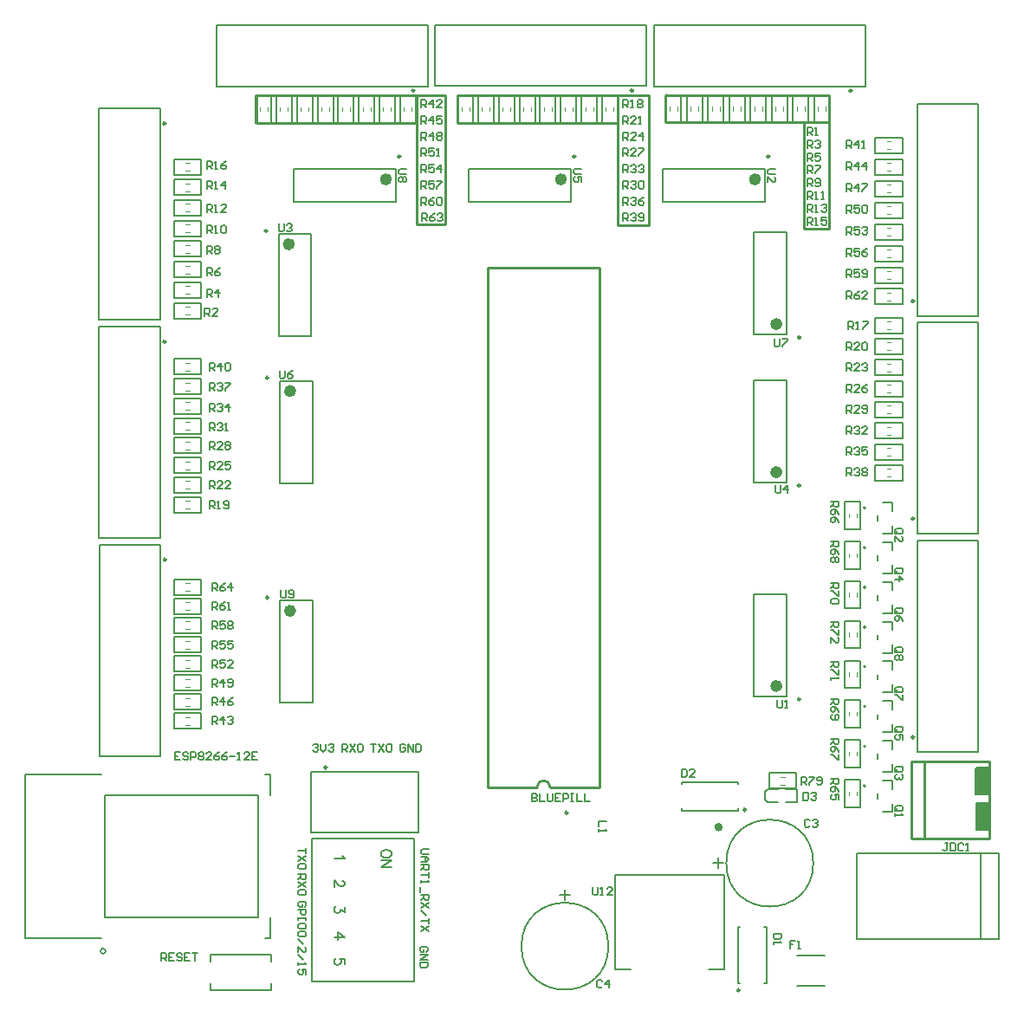
<source format=gto>
G04*
G04 #@! TF.GenerationSoftware,Altium Limited,Altium Designer,22.7.1 (60)*
G04*
G04 Layer_Color=65535*
%FSLAX24Y24*%
%MOIN*%
G70*
G04*
G04 #@! TF.SameCoordinates,CA99F4AA-E310-4CAD-8695-46E652682A35*
G04*
G04*
G04 #@! TF.FilePolarity,Positive*
G04*
G01*
G75*
%ADD10C,0.0050*%
%ADD11C,0.0098*%
%ADD12C,0.0236*%
%ADD13C,0.0157*%
%ADD14C,0.0079*%
%ADD15C,0.0100*%
%ADD16C,0.0070*%
%ADD17C,0.0039*%
%ADD18C,0.0060*%
G36*
X57828Y20276D02*
X57858Y20289D01*
X58358D01*
X58388Y20276D01*
X58401Y20246D01*
Y19246D01*
X58388Y19216D01*
X58358Y19204D01*
X57858D01*
X57828Y19216D01*
X57816Y19246D01*
Y20246D01*
X57828Y20276D01*
D02*
G37*
G36*
X57810Y21644D02*
X57848Y21660D01*
X58348D01*
X58386Y21644D01*
X58402Y21606D01*
Y20606D01*
X58386Y20568D01*
X58348Y20552D01*
X57848D01*
X57810Y20568D01*
X57794Y20606D01*
Y21606D01*
X57810Y21644D01*
D02*
G37*
D10*
X24348Y14568D02*
G03*
X24348Y14568I-98J0D01*
G01*
X24303Y15848D02*
Y20572D01*
X30208D01*
Y15848D02*
Y20572D01*
X24303Y15848D02*
X30208D01*
X21248Y15060D02*
X24200D01*
X21248D02*
Y21360D01*
X24200D01*
X30500Y15060D02*
X30696D01*
Y15848D01*
X30500Y21360D02*
X30696D01*
Y20572D02*
Y21360D01*
X47556Y13864D02*
X48159D01*
Y17502D01*
X43962D02*
X48159D01*
X43962Y13864D02*
Y17502D01*
Y13864D02*
X44564D01*
X54611Y30631D02*
Y30945D01*
X54245Y30631D02*
X54611D01*
X54060Y31138D02*
Y31320D01*
X54611Y31512D02*
Y31827D01*
X54245D02*
X54611D01*
Y29101D02*
Y29415D01*
X54245Y29101D02*
X54611D01*
X54060Y29608D02*
Y29790D01*
X54611Y29982D02*
Y30297D01*
X54245D02*
X54611D01*
Y27571D02*
Y27885D01*
X54245Y27571D02*
X54611D01*
X54060Y28078D02*
Y28260D01*
X54611Y28452D02*
Y28767D01*
X54245D02*
X54611D01*
Y26041D02*
Y26355D01*
X54245Y26041D02*
X54611D01*
X54060Y26548D02*
Y26730D01*
X54611Y26922D02*
Y27237D01*
X54245D02*
X54611D01*
Y24521D02*
Y24836D01*
X54245Y24521D02*
X54611D01*
X54060Y25029D02*
Y25210D01*
X54611Y25403D02*
Y25718D01*
X54245D02*
X54611D01*
Y22991D02*
Y23306D01*
X54245Y22991D02*
X54611D01*
X54060Y23499D02*
Y23680D01*
X54611Y23873D02*
Y24188D01*
X54245D02*
X54611D01*
Y21461D02*
Y21776D01*
X54245Y21461D02*
X54611D01*
X54060Y21969D02*
Y22150D01*
X54611Y22343D02*
Y22658D01*
X54245D02*
X54611D01*
Y19931D02*
Y20246D01*
X54245Y19931D02*
X54611D01*
X54060Y20439D02*
Y20620D01*
X54611Y20813D02*
Y21128D01*
X54245D02*
X54611D01*
X52801Y21636D02*
X53401D01*
Y22686D01*
X52801D02*
X53401D01*
X52801Y21636D02*
Y22686D01*
Y23165D02*
X53401D01*
Y24215D01*
X52801D02*
X53401D01*
X52801Y23165D02*
Y24215D01*
Y24693D02*
X53401D01*
Y25743D01*
X52801D02*
X53401D01*
X52801Y24693D02*
Y25743D01*
Y26222D02*
Y27272D01*
X53401D01*
Y26222D02*
Y27272D01*
X52801Y26222D02*
X53401D01*
X52801Y27750D02*
Y28800D01*
X53401D01*
Y27750D02*
Y28800D01*
X52801Y27750D02*
X53401D01*
X52801Y29279D02*
Y30329D01*
X53401D01*
Y29279D02*
Y30329D01*
X52801Y29279D02*
X53401D01*
X52801Y30807D02*
Y31857D01*
X53401D01*
Y30807D02*
Y31857D01*
X52801Y30807D02*
X53401D01*
X50958Y20290D02*
Y20790D01*
X49708Y20690D02*
X49808Y20790D01*
X49708Y20390D02*
X49808Y20290D01*
X49708Y20390D02*
Y20690D01*
X49808Y20290D02*
X50208D01*
X50508D02*
X50958D01*
X49808Y20790D02*
X50208D01*
X50508D02*
X50958D01*
X49877Y21424D02*
X50927D01*
Y20824D02*
Y21424D01*
X49877Y20824D02*
X50927D01*
X49877D02*
Y21424D01*
X26976Y44440D02*
Y45040D01*
Y44440D02*
X28026D01*
Y45040D01*
X26976D02*
X28026D01*
X26976Y42870D02*
Y43470D01*
Y42870D02*
X28026D01*
Y43470D01*
X26976D02*
X28026D01*
X26976Y43663D02*
Y44263D01*
Y43663D02*
X28026D01*
Y44263D01*
X26976D02*
X28026D01*
X26976Y42077D02*
Y42677D01*
Y42077D02*
X28026D01*
Y42677D01*
X26976D02*
X28026D01*
X26976Y40491D02*
Y41091D01*
Y40491D02*
X28026D01*
Y41091D01*
X26976D02*
X28026D01*
X26976Y39699D02*
Y40299D01*
Y39699D02*
X28026D01*
Y40299D01*
X26976D02*
X28026D01*
X26976Y41284D02*
Y41884D01*
Y41284D02*
X28026D01*
Y41884D01*
X26976D02*
X28026D01*
X26976Y38906D02*
Y39506D01*
Y38906D02*
X28026D01*
Y39506D01*
X26976D02*
X28026D01*
X55013Y38345D02*
Y38945D01*
X53963D02*
X55013D01*
X53963Y38345D02*
Y38945D01*
Y38345D02*
X55013D01*
X34884Y47491D02*
X35484D01*
X34884Y46441D02*
Y47491D01*
Y46441D02*
X35484D01*
Y47491D01*
X35677D02*
X36277D01*
X35677Y46441D02*
Y47491D01*
Y46441D02*
X36277D01*
Y47491D01*
X33297D02*
X33897D01*
X33297Y46441D02*
Y47491D01*
Y46441D02*
X33897D01*
Y47491D01*
X34090D02*
X34690D01*
X34090Y46441D02*
Y47491D01*
Y46441D02*
X34690D01*
Y47491D01*
X30122D02*
X30722D01*
X30122Y46441D02*
Y47491D01*
Y46441D02*
X30722D01*
Y47491D01*
X31709D02*
X32309D01*
X31709Y46441D02*
Y47491D01*
Y46441D02*
X32309D01*
Y47491D01*
X30916D02*
X31516D01*
X30916Y46441D02*
Y47491D01*
Y46441D02*
X31516D01*
Y47491D01*
X32503D02*
X33103D01*
X32503Y46441D02*
Y47491D01*
Y46441D02*
X33103D01*
Y47491D01*
X40271D02*
X40871D01*
X40271Y46441D02*
Y47491D01*
Y46441D02*
X40871D01*
Y47491D01*
X26976Y26064D02*
Y26664D01*
Y26064D02*
X28026D01*
Y26664D01*
X26976D02*
X28026D01*
X26976Y25328D02*
Y25928D01*
Y25328D02*
X28026D01*
Y25928D01*
X26976D02*
X28026D01*
X26976Y26800D02*
Y27400D01*
Y26800D02*
X28026D01*
Y27400D01*
X26976D02*
X28026D01*
X26976Y24592D02*
Y25192D01*
Y24592D02*
X28026D01*
Y25192D01*
X26976D02*
X28026D01*
X26976Y28272D02*
Y28872D01*
Y28272D02*
X28026D01*
Y28872D01*
X26976D02*
X28026D01*
X26976Y23120D02*
Y23720D01*
Y23120D02*
X28026D01*
Y23720D01*
X26976D02*
X28026D01*
X26976Y23856D02*
Y24456D01*
Y23856D02*
X28026D01*
Y24456D01*
X26976D02*
X28026D01*
X26976Y35994D02*
Y36594D01*
Y35994D02*
X28026D01*
Y36594D01*
X26976D02*
X28026D01*
X26976Y35235D02*
Y35835D01*
Y35235D02*
X28026D01*
Y35835D01*
X26976D02*
X28026D01*
X26976Y36752D02*
Y37352D01*
Y36752D02*
X28026D01*
Y37352D01*
X26976D02*
X28026D01*
X26976Y32201D02*
Y32801D01*
Y32201D02*
X28026D01*
Y32801D01*
X26976D02*
X28026D01*
X26976Y32959D02*
Y33559D01*
Y32959D02*
X28026D01*
Y33559D01*
X26976D02*
X28026D01*
X26976Y33718D02*
Y34318D01*
Y33718D02*
X28026D01*
Y34318D01*
X26976D02*
X28026D01*
X26976Y31442D02*
Y32042D01*
Y31442D02*
X28026D01*
Y32042D01*
X26976D02*
X28026D01*
X26976Y27536D02*
Y28136D01*
Y27536D02*
X28026D01*
Y28136D01*
X26976D02*
X28026D01*
X26976Y34477D02*
Y35077D01*
Y34477D02*
X28026D01*
Y35077D01*
X26976D02*
X28026D01*
X41861Y47491D02*
X42461D01*
X41861Y46441D02*
Y47491D01*
Y46441D02*
X42461D01*
Y47491D01*
X43451D02*
X44051D01*
X43451Y46441D02*
Y47491D01*
Y46441D02*
X44051D01*
Y47491D01*
X38681D02*
X39281D01*
X38681Y46441D02*
Y47491D01*
Y46441D02*
X39281D01*
Y47491D01*
X52801Y20108D02*
X53401D01*
Y21158D01*
X52801D02*
X53401D01*
X52801Y20108D02*
Y21158D01*
X53963Y32671D02*
X55013D01*
X53963D02*
Y33271D01*
X55013D01*
Y32671D02*
Y33271D01*
X53963Y33481D02*
X55013D01*
X53963D02*
Y34081D01*
X55013D01*
Y33481D02*
Y34081D01*
X53963Y35913D02*
X55013D01*
X53963D02*
Y36513D01*
X55013D01*
Y35913D02*
Y36513D01*
X53963Y36723D02*
X55013D01*
X53963D02*
Y37324D01*
X55013D01*
Y36723D02*
Y37324D01*
X53963Y35102D02*
X55013D01*
X53963D02*
Y35702D01*
X55013D01*
Y35102D02*
Y35702D01*
X53963Y34292D02*
X55013D01*
X53963D02*
Y34892D01*
X55013D01*
Y34292D02*
Y34892D01*
X53963Y37534D02*
X55013D01*
X53963D02*
Y38134D01*
X55013D01*
Y37534D02*
Y38134D01*
X53963Y43607D02*
X55013D01*
X53963D02*
Y44207D01*
X55013D01*
Y43607D02*
Y44207D01*
X53963Y42776D02*
X55013D01*
X53963D02*
Y43376D01*
X55013D01*
Y42776D02*
Y43376D01*
X53963Y39449D02*
X55013D01*
X53963D02*
Y40049D01*
X55013D01*
Y39449D02*
Y40049D01*
X53963Y41112D02*
X55013D01*
X53963D02*
Y41712D01*
X55013D01*
Y41112D02*
Y41712D01*
X53963Y40281D02*
X55013D01*
X53963D02*
Y40881D01*
X55013D01*
Y40281D02*
Y40881D01*
X53963Y41944D02*
X55013D01*
X53963D02*
Y42544D01*
X55013D01*
Y41944D02*
Y42544D01*
Y45270D02*
Y45870D01*
X53963D02*
X55013D01*
X53963Y45270D02*
Y45870D01*
Y45270D02*
X55013D01*
X53963Y44439D02*
X55013D01*
X53963D02*
Y45039D01*
X55013D01*
Y44439D02*
Y45039D01*
X47309Y46461D02*
Y47511D01*
X46709Y46461D02*
X47309D01*
X46709D02*
Y47511D01*
X47309D01*
X46493Y46461D02*
Y47511D01*
X45893Y46461D02*
X46493D01*
X45893D02*
Y47511D01*
X46493D01*
X52204Y46461D02*
Y47511D01*
X51604Y46461D02*
X52204D01*
X51604D02*
Y47511D01*
X52204D01*
X50572Y46461D02*
Y47511D01*
X49972Y46461D02*
X50572D01*
X49972D02*
Y47511D01*
X50572D01*
X49756Y46461D02*
Y47511D01*
X49156Y46461D02*
X49756D01*
X49156D02*
Y47511D01*
X49756D01*
X48125Y46461D02*
Y47511D01*
X47525Y46461D02*
X48125D01*
X47525D02*
Y47511D01*
X48125D01*
X48941Y46461D02*
Y47511D01*
X48341Y46461D02*
X48941D01*
X48341D02*
Y47511D01*
X48941D01*
X51388Y46461D02*
Y47511D01*
X50788Y46461D02*
X51388D01*
X50788D02*
Y47511D01*
X51388D01*
X38486Y46441D02*
Y47491D01*
X37886Y46441D02*
X38486D01*
X37886D02*
Y47491D01*
X38486D01*
X40076Y46441D02*
Y47491D01*
X39476Y46441D02*
X40076D01*
X39476D02*
Y47491D01*
X40076D01*
X41666Y46441D02*
Y47491D01*
X41066Y46441D02*
X41666D01*
X41066D02*
Y47491D01*
X41666D01*
X43256Y46441D02*
Y47491D01*
X42656Y46441D02*
X43256D01*
X42656D02*
Y47491D01*
X43256D01*
X48112Y17952D02*
X47718D01*
X47915Y17755D02*
Y18149D01*
X42020Y16546D02*
Y16940D01*
X41824Y16743D02*
X42217D01*
D11*
X51079Y24259D02*
G03*
X51079Y24259I-49J0D01*
G01*
X32859Y21637D02*
G03*
X32859Y21637I-49J0D01*
G01*
X30617Y28170D02*
G03*
X30617Y28170I-49J0D01*
G01*
X51079Y32485D02*
G03*
X51079Y32485I-49J0D01*
G01*
X26656Y38018D02*
G03*
X26656Y38018I-49J0D01*
G01*
X26676Y29628D02*
G03*
X26676Y29628I-49J0D01*
G01*
X26653Y46416D02*
G03*
X26653Y46416I-49J0D01*
G01*
X30570Y42280D02*
G03*
X30570Y42280I-49J0D01*
G01*
X30617Y36628D02*
G03*
X30617Y36628I-49J0D01*
G01*
X48748Y13061D02*
G03*
X48748Y13061I-49J0D01*
G01*
X36233Y47680D02*
G03*
X36233Y47680I-49J0D01*
G01*
X44646Y47681D02*
G03*
X44646Y47681I-49J0D01*
G01*
X53058Y47680D02*
G03*
X53058Y47680I-49J0D01*
G01*
X48983Y20008D02*
G03*
X48983Y20008I-49J0D01*
G01*
X55461Y22803D02*
G03*
X55461Y22803I-49J0D01*
G01*
X42126Y19890D02*
G03*
X42126Y19890I-49J0D01*
G01*
X55461Y31213D02*
G03*
X55461Y31213I-49J0D01*
G01*
X55455Y39581D02*
G03*
X55455Y39581I-49J0D01*
G01*
X51081Y38185D02*
G03*
X51081Y38185I-49J0D01*
G01*
X49894Y45142D02*
G03*
X49894Y45142I-49J0D01*
G01*
X42424D02*
G03*
X42424Y45142I-49J0D01*
G01*
X35694D02*
G03*
X35694Y45142I-49J0D01*
G01*
D12*
X50272Y24769D02*
G03*
X50272Y24769I-118J0D01*
G01*
X31562Y27661D02*
G03*
X31562Y27661I-118J0D01*
G01*
X50272Y32995D02*
G03*
X50272Y32995I-118J0D01*
G01*
X31515Y41770D02*
G03*
X31515Y41770I-118J0D01*
G01*
X31562Y36119D02*
G03*
X31562Y36119I-118J0D01*
G01*
X50274Y38695D02*
G03*
X50274Y38695I-118J0D01*
G01*
X49453Y44266D02*
G03*
X49453Y44266I-118J0D01*
G01*
X41983D02*
G03*
X41983Y44266I-118J0D01*
G01*
X35253D02*
G03*
X35253Y44266I-118J0D01*
G01*
D13*
X48009Y19337D02*
G03*
X48009Y19337I-79J0D01*
G01*
D14*
X53588Y31623D02*
G03*
X53588Y31623I-39J0D01*
G01*
Y30093D02*
G03*
X53588Y30093I-39J0D01*
G01*
Y28563D02*
G03*
X53588Y28563I-39J0D01*
G01*
Y27033D02*
G03*
X53588Y27033I-39J0D01*
G01*
Y25513D02*
G03*
X53588Y25513I-39J0D01*
G01*
Y23983D02*
G03*
X53588Y23983I-39J0D01*
G01*
Y22453D02*
G03*
X53588Y22453I-39J0D01*
G01*
Y20923D02*
G03*
X53588Y20923I-39J0D01*
G01*
X51576Y17952D02*
G03*
X51576Y17952I-1673J0D01*
G01*
X43693Y14755D02*
G03*
X43693Y14755I-1673J0D01*
G01*
X50548Y24376D02*
Y28313D01*
X49288Y24376D02*
Y28313D01*
Y24376D02*
X50548D01*
X49288Y28313D02*
X50548D01*
X36377Y19127D02*
Y21469D01*
X32243Y19127D02*
X36377D01*
X32243D02*
Y21469D01*
X36377D01*
X28372Y13051D02*
Y13327D01*
X30734Y13051D02*
Y13327D01*
Y14153D02*
Y14429D01*
X28372Y14153D02*
Y14429D01*
Y13051D02*
X30734D01*
X28372Y14429D02*
X30734D01*
X31050Y24117D02*
Y28054D01*
X32310Y24117D02*
Y28054D01*
X31050D02*
X32310D01*
X31050Y24117D02*
X32310D01*
X49288Y36539D02*
X50548D01*
X49288Y32601D02*
X50548D01*
X49288D02*
Y36539D01*
X50548Y32601D02*
Y36539D01*
X24097Y30451D02*
X26439D01*
X24097D02*
Y38585D01*
X26439D01*
Y30451D02*
Y38585D01*
X24117Y22061D02*
X26459D01*
X24117D02*
Y30195D01*
X26459D01*
Y22061D02*
Y30195D01*
X26437Y38849D02*
Y46983D01*
X24094D02*
X26437D01*
X24094Y38849D02*
Y46983D01*
Y38849D02*
X26437D01*
X31003Y38227D02*
Y42164D01*
X32263Y38227D02*
Y42164D01*
X31003D02*
X32263D01*
X31003Y38227D02*
X32263D01*
X31050Y32575D02*
Y36512D01*
X32310Y32575D02*
Y36512D01*
X31050D02*
X32310D01*
X31050Y32575D02*
X32310D01*
X49683Y15483D02*
X49771D01*
X49683Y13317D02*
X49771D01*
X48669Y15483D02*
X48757D01*
X48669Y13317D02*
X48757D01*
X49771D02*
Y15483D01*
X48669Y13317D02*
Y15483D01*
X50949Y14412D02*
X52012D01*
X50949Y13227D02*
X52012D01*
X28617Y47847D02*
X36751D01*
Y50189D01*
X28617D02*
X36751D01*
X28617Y47847D02*
Y50189D01*
X37030Y47849D02*
X45163D01*
Y50191D01*
X37030D02*
X45163D01*
X37030Y47849D02*
Y50191D01*
X45442Y47847D02*
X53576D01*
Y50189D01*
X45442D02*
X53576D01*
X45442Y47847D02*
Y50189D01*
X46513Y19978D02*
X48678D01*
X46513Y21081D02*
X48678D01*
Y19978D02*
Y20067D01*
X46513Y19978D02*
Y20067D01*
X48678Y20992D02*
Y21081D01*
X46513Y20992D02*
Y21081D01*
X36209Y13414D02*
Y18886D01*
X32271D02*
X36209D01*
X32271Y13414D02*
Y18886D01*
Y13414D02*
X36209D01*
X55579Y22236D02*
Y30370D01*
Y22236D02*
X57921D01*
Y30370D01*
X55579D02*
X57921D01*
X55579Y30646D02*
Y38780D01*
Y30646D02*
X57921D01*
Y38780D01*
X55579D02*
X57921D01*
X55573Y39014D02*
Y47148D01*
Y39014D02*
X57916D01*
Y47148D01*
X55573D02*
X57916D01*
X49290Y42238D02*
X50550D01*
X49290Y38301D02*
X50550D01*
X49290D02*
Y42238D01*
X50550Y38301D02*
Y42238D01*
X45792Y43400D02*
Y44660D01*
X49728Y43400D02*
Y44660D01*
X45792Y43400D02*
X49728D01*
X45792Y44660D02*
X49728D01*
X38321Y43400D02*
Y44660D01*
X42259Y43400D02*
Y44660D01*
X38321Y43400D02*
X42259D01*
X38321Y44660D02*
X42259D01*
X31591D02*
X35529D01*
X31591Y43400D02*
X35529D01*
Y44660D01*
X31591Y43400D02*
Y44660D01*
D15*
X41450Y20880D02*
G03*
X40950Y20880I-250J0D01*
G01*
X55868Y18896D02*
Y21846D01*
X55368Y18896D02*
X58368D01*
X55368D02*
Y21863D01*
X58368D01*
Y18896D02*
Y21863D01*
X51205Y42372D02*
Y46461D01*
Y42372D02*
X52199D01*
Y46461D01*
X45906Y47524D02*
X45919Y47511D01*
X52199D01*
Y46461D02*
Y47511D01*
X45898Y46461D02*
X52199D01*
X45898D02*
Y47511D01*
X44046Y46441D02*
Y47491D01*
X37890D02*
X44046D01*
X45242D01*
Y42499D02*
Y47491D01*
X44046Y42499D02*
X45242D01*
X44046D02*
Y46441D01*
X37890D02*
X44046D01*
X37890D02*
Y47491D01*
X30157Y46441D02*
Y47491D01*
X36303D01*
X36307Y42517D02*
Y46441D01*
Y42517D02*
X37408D01*
Y47491D01*
X36273D02*
X37408D01*
X30157Y46441D02*
X36307D01*
X36303Y46471D02*
Y47491D01*
X41450Y20880D02*
X43350D01*
X39050D02*
X40950D01*
X39050D02*
Y40880D01*
X43350D01*
Y20880D02*
Y40880D01*
D16*
X57848Y20606D02*
Y21606D01*
X58348D01*
Y20606D02*
Y21606D01*
X57848Y20606D02*
X58348D01*
X58358Y19246D02*
Y20246D01*
X57858D02*
X58358D01*
X57858Y19246D02*
Y20246D01*
Y19246D02*
X58358D01*
X58007Y15016D02*
Y18316D01*
X53257D02*
X58707D01*
X53257Y15016D02*
X58707D01*
X53257D02*
Y18316D01*
X58707Y15016D02*
Y18316D01*
D17*
X52951Y22086D02*
Y22236D01*
X53251Y22086D02*
Y22236D01*
X52951Y23615D02*
Y23765D01*
X53251Y23615D02*
Y23765D01*
X52951Y25143D02*
Y25293D01*
X53251Y25143D02*
Y25293D01*
Y26672D02*
Y26822D01*
X52951Y26672D02*
Y26822D01*
X53251Y28200D02*
Y28350D01*
X52951Y28200D02*
Y28350D01*
X53251Y29729D02*
Y29879D01*
X52951Y29729D02*
Y29879D01*
X53251Y31257D02*
Y31407D01*
X52951Y31257D02*
Y31407D01*
X50327Y20974D02*
X50477D01*
X50327Y21274D02*
X50477D01*
X27426Y44890D02*
X27576D01*
X27426Y44590D02*
X27576D01*
X27426Y43320D02*
X27576D01*
X27426Y43020D02*
X27576D01*
X27426Y44113D02*
X27576D01*
X27426Y43813D02*
X27576D01*
X27426Y42527D02*
X27576D01*
X27426Y42227D02*
X27576D01*
X27426Y40941D02*
X27576D01*
X27426Y40641D02*
X27576D01*
X27426Y40149D02*
X27576D01*
X27426Y39849D02*
X27576D01*
X27426Y41734D02*
X27576D01*
X27426Y41434D02*
X27576D01*
X27426Y39356D02*
X27576D01*
X27426Y39056D02*
X27576D01*
X54413Y38495D02*
X54563D01*
X54413Y38795D02*
X54563D01*
X35334Y46891D02*
Y47041D01*
X35034Y46891D02*
Y47041D01*
X36127Y46891D02*
Y47041D01*
X35827Y46891D02*
Y47041D01*
X33747Y46891D02*
Y47041D01*
X33447Y46891D02*
Y47041D01*
X34540Y46891D02*
Y47041D01*
X34240Y46891D02*
Y47041D01*
X30572Y46891D02*
Y47041D01*
X30272Y46891D02*
Y47041D01*
X32159Y46891D02*
Y47041D01*
X31859Y46891D02*
Y47041D01*
X31366Y46891D02*
Y47041D01*
X31066Y46891D02*
Y47041D01*
X32953Y46891D02*
Y47041D01*
X32653Y46891D02*
Y47041D01*
X40721Y46891D02*
Y47041D01*
X40421Y46891D02*
Y47041D01*
X27426Y26514D02*
X27576D01*
X27426Y26214D02*
X27576D01*
X27426Y25778D02*
X27576D01*
X27426Y25478D02*
X27576D01*
X27426Y27250D02*
X27576D01*
X27426Y26950D02*
X27576D01*
X27426Y25042D02*
X27576D01*
X27426Y24742D02*
X27576D01*
X27426Y28722D02*
X27576D01*
X27426Y28422D02*
X27576D01*
X27426Y23570D02*
X27576D01*
X27426Y23270D02*
X27576D01*
X27426Y24306D02*
X27576D01*
X27426Y24006D02*
X27576D01*
X27426Y36444D02*
X27576D01*
X27426Y36144D02*
X27576D01*
X27426Y35685D02*
X27576D01*
X27426Y35385D02*
X27576D01*
X27426Y37202D02*
X27576D01*
X27426Y36902D02*
X27576D01*
X27426Y32651D02*
X27576D01*
X27426Y32351D02*
X27576D01*
X27426Y33409D02*
X27576D01*
X27426Y33109D02*
X27576D01*
X27426Y34168D02*
X27576D01*
X27426Y33868D02*
X27576D01*
X27426Y31892D02*
X27576D01*
X27426Y31592D02*
X27576D01*
X27426Y27986D02*
X27576D01*
X27426Y27686D02*
X27576D01*
X27426Y34927D02*
X27576D01*
X27426Y34627D02*
X27576D01*
X42311Y46891D02*
Y47041D01*
X42011Y46891D02*
Y47041D01*
X43901Y46891D02*
Y47041D01*
X43601Y46891D02*
Y47041D01*
X39131Y46891D02*
Y47041D01*
X38831Y46891D02*
Y47041D01*
X52951Y20558D02*
Y20708D01*
X53251Y20558D02*
Y20708D01*
X54413Y33121D02*
X54563D01*
X54413Y32821D02*
X54563D01*
X54413Y33931D02*
X54563D01*
X54413Y33631D02*
X54563D01*
X54413Y36363D02*
X54563D01*
X54413Y36063D02*
X54563D01*
X54413Y37174D02*
X54563D01*
X54413Y36874D02*
X54563D01*
X54413Y35552D02*
X54563D01*
X54413Y35252D02*
X54563D01*
X54413Y34742D02*
X54563D01*
X54413Y34442D02*
X54563D01*
X54413Y37984D02*
X54563D01*
X54413Y37684D02*
X54563D01*
X54413Y44057D02*
X54563D01*
X54413Y43757D02*
X54563D01*
X54413Y43226D02*
X54563D01*
X54413Y42926D02*
X54563D01*
X54413Y39899D02*
X54563D01*
X54413Y39599D02*
X54563D01*
X54413Y41562D02*
X54563D01*
X54413Y41262D02*
X54563D01*
X54413Y40731D02*
X54563D01*
X54413Y40431D02*
X54563D01*
X54413Y42394D02*
X54563D01*
X54413Y42094D02*
X54563D01*
X54413Y45420D02*
X54563D01*
X54413Y45720D02*
X54563D01*
X54413Y44889D02*
X54563D01*
X54413Y44589D02*
X54563D01*
X46859Y46911D02*
Y47061D01*
X47159Y46911D02*
Y47061D01*
X46043Y46911D02*
Y47061D01*
X46343Y46911D02*
Y47061D01*
X51754Y46911D02*
Y47061D01*
X52054Y46911D02*
Y47061D01*
X50122Y46911D02*
Y47061D01*
X50422Y46911D02*
Y47061D01*
X49306Y46911D02*
Y47061D01*
X49606Y46911D02*
Y47061D01*
X47675Y46911D02*
Y47061D01*
X47975Y46911D02*
Y47061D01*
X48491Y46911D02*
Y47061D01*
X48791Y46911D02*
Y47061D01*
X50938Y46911D02*
Y47061D01*
X51238Y46911D02*
Y47061D01*
X38036Y46891D02*
Y47041D01*
X38336Y46891D02*
Y47041D01*
X39626Y46891D02*
Y47041D01*
X39926Y46891D02*
Y47041D01*
X41216Y46891D02*
Y47041D01*
X41516Y46891D02*
Y47041D01*
X42806Y46891D02*
Y47041D01*
X43106Y46891D02*
Y47041D01*
D18*
X52252Y28724D02*
X52552D01*
Y28574D01*
X52502Y28524D01*
X52402D01*
X52352Y28574D01*
Y28724D01*
Y28624D02*
X52252Y28524D01*
X52552Y28424D02*
Y28224D01*
X52502D01*
X52302Y28424D01*
X52252D01*
X52502Y28124D02*
X52552Y28074D01*
Y27974D01*
X52502Y27924D01*
X52302D01*
X52252Y27974D01*
Y28074D01*
X52302Y28124D01*
X52502D01*
X27224Y22226D02*
X27024D01*
Y21926D01*
X27224D01*
X27024Y22076D02*
X27124D01*
X27524Y22176D02*
X27474Y22226D01*
X27374D01*
X27324Y22176D01*
Y22126D01*
X27374Y22076D01*
X27474D01*
X27524Y22026D01*
Y21976D01*
X27474Y21926D01*
X27374D01*
X27324Y21976D01*
X27624Y21926D02*
Y22226D01*
X27774D01*
X27824Y22176D01*
Y22076D01*
X27774Y22026D01*
X27624D01*
X27924Y22176D02*
X27974Y22226D01*
X28074D01*
X28124Y22176D01*
Y22126D01*
X28074Y22076D01*
X28124Y22026D01*
Y21976D01*
X28074Y21926D01*
X27974D01*
X27924Y21976D01*
Y22026D01*
X27974Y22076D01*
X27924Y22126D01*
Y22176D01*
X27974Y22076D02*
X28074D01*
X28424Y21926D02*
X28224D01*
X28424Y22126D01*
Y22176D01*
X28374Y22226D01*
X28274D01*
X28224Y22176D01*
X28724Y22226D02*
X28624Y22176D01*
X28524Y22076D01*
Y21976D01*
X28574Y21926D01*
X28674D01*
X28724Y21976D01*
Y22026D01*
X28674Y22076D01*
X28524D01*
X29023Y22226D02*
X28924Y22176D01*
X28824Y22076D01*
Y21976D01*
X28874Y21926D01*
X28974D01*
X29023Y21976D01*
Y22026D01*
X28974Y22076D01*
X28824D01*
X29123D02*
X29323D01*
X29423Y21926D02*
X29523D01*
X29473D01*
Y22226D01*
X29423Y22176D01*
X29873Y21926D02*
X29673D01*
X29873Y22126D01*
Y22176D01*
X29823Y22226D01*
X29723D01*
X29673Y22176D01*
X30173Y22226D02*
X29973D01*
Y21926D01*
X30173D01*
X29973Y22076D02*
X30073D01*
X50196Y24218D02*
Y23968D01*
X50246Y23918D01*
X50346D01*
X50396Y23968D01*
Y24218D01*
X50496Y23918D02*
X50596D01*
X50546D01*
Y24218D01*
X50496Y24168D01*
X40740Y20622D02*
Y20322D01*
X40890D01*
X40940Y20372D01*
Y20422D01*
X40890Y20472D01*
X40740D01*
X40890D01*
X40940Y20522D01*
Y20572D01*
X40890Y20622D01*
X40740D01*
X41040D02*
Y20322D01*
X41240D01*
X41340Y20622D02*
Y20372D01*
X41390Y20322D01*
X41490D01*
X41540Y20372D01*
Y20622D01*
X41840D02*
X41640D01*
Y20322D01*
X41840D01*
X41640Y20472D02*
X41740D01*
X41940Y20322D02*
Y20622D01*
X42090D01*
X42140Y20572D01*
Y20472D01*
X42090Y20422D01*
X41940D01*
X42240Y20622D02*
X42339D01*
X42290D01*
Y20322D01*
X42240D01*
X42339D01*
X42489Y20622D02*
Y20322D01*
X42689D01*
X42789Y20622D02*
Y20322D01*
X42989D01*
X36694Y14544D02*
X36744Y14594D01*
Y14694D01*
X36694Y14744D01*
X36495D01*
X36445Y14694D01*
Y14594D01*
X36495Y14544D01*
X36595D01*
Y14644D01*
X36445Y14444D02*
X36744D01*
X36445Y14244D01*
X36744D01*
Y14144D02*
X36445D01*
Y13994D01*
X36495Y13944D01*
X36694D01*
X36744Y13994D01*
Y14144D01*
X36794Y18484D02*
X36545D01*
X36495Y18434D01*
Y18334D01*
X36545Y18284D01*
X36794D01*
X36495Y18184D02*
X36694D01*
X36794Y18084D01*
X36694Y17984D01*
X36495D01*
X36644D01*
Y18184D01*
X36495Y17884D02*
X36794D01*
Y17734D01*
X36744Y17684D01*
X36644D01*
X36595Y17734D01*
Y17884D01*
Y17784D02*
X36495Y17684D01*
X36794Y17584D02*
Y17385D01*
Y17485D01*
X36495D01*
Y17285D02*
Y17185D01*
Y17235D01*
X36794D01*
X36744Y17285D01*
X36445Y17035D02*
Y16835D01*
X36495Y16735D02*
X36794D01*
Y16585D01*
X36744Y16535D01*
X36644D01*
X36595Y16585D01*
Y16735D01*
Y16635D02*
X36495Y16535D01*
X36794Y16435D02*
X36495Y16235D01*
X36794D02*
X36495Y16435D01*
Y16135D02*
X36694Y15935D01*
X36794Y15835D02*
Y15635D01*
Y15735D01*
X36495D01*
X36794Y15535D02*
X36495Y15335D01*
X36794D02*
X36495Y15535D01*
X32011Y16267D02*
X32061Y16316D01*
Y16416D01*
X32011Y16466D01*
X31811D01*
X31761Y16416D01*
Y16316D01*
X31811Y16267D01*
X31911D01*
Y16366D01*
X31761Y16167D02*
X32061D01*
Y16017D01*
X32011Y15967D01*
X31911D01*
X31861Y16017D01*
Y16167D01*
X32061Y15867D02*
Y15767D01*
Y15817D01*
X31761D01*
Y15867D01*
Y15767D01*
X32061Y15467D02*
Y15567D01*
X32011Y15617D01*
X31811D01*
X31761Y15567D01*
Y15467D01*
X31811Y15417D01*
X32011D01*
X32061Y15467D01*
X32011Y15317D02*
X32061Y15267D01*
Y15167D01*
X32011Y15117D01*
X31811D01*
X31761Y15167D01*
Y15267D01*
X31811Y15317D01*
X32011D01*
X31761Y15017D02*
X31961Y14817D01*
X31761Y14517D02*
Y14717D01*
X31961Y14517D01*
X32011D01*
X32061Y14567D01*
Y14667D01*
X32011Y14717D01*
X31761Y14417D02*
X31961Y14217D01*
X31761Y14117D02*
Y14017D01*
Y14067D01*
X32061D01*
X32011Y14117D01*
X32061Y13667D02*
Y13867D01*
X31911D01*
X31961Y13767D01*
Y13717D01*
X31911Y13667D01*
X31811D01*
X31761Y13717D01*
Y13817D01*
X31811Y13867D01*
X31761Y17515D02*
X32061D01*
Y17365D01*
X32011Y17315D01*
X31911D01*
X31861Y17365D01*
Y17515D01*
Y17415D02*
X31761Y17315D01*
X32061Y17215D02*
X31761Y17015D01*
X32061D02*
X31761Y17215D01*
X32011Y16915D02*
X32061Y16865D01*
Y16765D01*
X32011Y16715D01*
X31811D01*
X31761Y16765D01*
Y16865D01*
X31811Y16915D01*
X32011D01*
X32061Y18531D02*
Y18331D01*
Y18431D01*
X31761D01*
X32061Y18231D02*
X31761Y18031D01*
X32061D02*
X31761Y18231D01*
X32011Y17931D02*
X32061Y17881D01*
Y17781D01*
X32011Y17731D01*
X31811D01*
X31761Y17781D01*
Y17881D01*
X31811Y17931D01*
X32011D01*
X35881Y22485D02*
X35831Y22535D01*
X35731D01*
X35681Y22485D01*
Y22285D01*
X35731Y22235D01*
X35831D01*
X35881Y22285D01*
Y22385D01*
X35781D01*
X35981Y22235D02*
Y22535D01*
X36181Y22235D01*
Y22535D01*
X36281D02*
Y22235D01*
X36431D01*
X36481Y22285D01*
Y22485D01*
X36431Y22535D01*
X36281D01*
X32323Y22485D02*
X32373Y22535D01*
X32473D01*
X32523Y22485D01*
Y22435D01*
X32473Y22385D01*
X32423D01*
X32473D01*
X32523Y22335D01*
Y22285D01*
X32473Y22235D01*
X32373D01*
X32323Y22285D01*
X32623Y22535D02*
Y22335D01*
X32723Y22235D01*
X32823Y22335D01*
Y22535D01*
X32923Y22485D02*
X32973Y22535D01*
X33073D01*
X33123Y22485D01*
Y22435D01*
X33073Y22385D01*
X33023D01*
X33073D01*
X33123Y22335D01*
Y22285D01*
X33073Y22235D01*
X32973D01*
X32923Y22285D01*
X34562Y22535D02*
X34762D01*
X34662D01*
Y22235D01*
X34862Y22535D02*
X35062Y22235D01*
Y22535D02*
X34862Y22235D01*
X35162Y22485D02*
X35212Y22535D01*
X35312D01*
X35362Y22485D01*
Y22285D01*
X35312Y22235D01*
X35212D01*
X35162Y22285D01*
Y22485D01*
X33443Y22235D02*
Y22535D01*
X33593D01*
X33643Y22485D01*
Y22385D01*
X33593Y22335D01*
X33443D01*
X33543D02*
X33643Y22235D01*
X33743Y22535D02*
X33942Y22235D01*
Y22535D02*
X33743Y22235D01*
X34042Y22485D02*
X34092Y22535D01*
X34192D01*
X34242Y22485D01*
Y22285D01*
X34192Y22235D01*
X34092D01*
X34042Y22285D01*
Y22485D01*
X26489Y14195D02*
Y14495D01*
X26639D01*
X26689Y14445D01*
Y14345D01*
X26639Y14295D01*
X26489D01*
X26589D02*
X26689Y14195D01*
X26989Y14495D02*
X26789D01*
Y14195D01*
X26989D01*
X26789Y14345D02*
X26889D01*
X27289Y14445D02*
X27239Y14495D01*
X27139D01*
X27089Y14445D01*
Y14395D01*
X27139Y14345D01*
X27239D01*
X27289Y14295D01*
Y14245D01*
X27239Y14195D01*
X27139D01*
X27089Y14245D01*
X27589Y14495D02*
X27389D01*
Y14195D01*
X27589D01*
X27389Y14345D02*
X27489D01*
X27688Y14495D02*
X27888D01*
X27788D01*
Y14195D01*
X43091Y17020D02*
Y16770D01*
X43141Y16720D01*
X43241D01*
X43291Y16770D01*
Y17020D01*
X43391Y16720D02*
X43491D01*
X43441D01*
Y17020D01*
X43391Y16970D01*
X43841Y16720D02*
X43641D01*
X43841Y16920D01*
Y16970D01*
X43791Y17020D01*
X43691D01*
X43641Y16970D01*
X54779Y30628D02*
X54979D01*
X55029Y30678D01*
Y30778D01*
X54979Y30828D01*
X54779D01*
X54729Y30778D01*
Y30678D01*
X54829Y30728D02*
X54729Y30628D01*
Y30678D02*
X54779Y30628D01*
X54729Y30328D02*
Y30528D01*
X54929Y30328D01*
X54979D01*
X55029Y30378D01*
Y30478D01*
X54979Y30528D01*
X54779Y29103D02*
X54979D01*
X55029Y29153D01*
Y29253D01*
X54979Y29303D01*
X54779D01*
X54729Y29253D01*
Y29153D01*
X54829Y29203D02*
X54729Y29103D01*
Y29153D02*
X54779Y29103D01*
X54729Y28853D02*
X55029D01*
X54879Y29003D01*
Y28803D01*
X54779Y27579D02*
X54979D01*
X55029Y27629D01*
Y27729D01*
X54979Y27779D01*
X54779D01*
X54729Y27729D01*
Y27629D01*
X54829Y27679D02*
X54729Y27579D01*
Y27629D02*
X54779Y27579D01*
X55029Y27279D02*
X54979Y27379D01*
X54879Y27479D01*
X54779D01*
X54729Y27429D01*
Y27329D01*
X54779Y27279D01*
X54829D01*
X54879Y27329D01*
Y27479D01*
X54779Y26054D02*
X54979D01*
X55029Y26104D01*
Y26204D01*
X54979Y26254D01*
X54779D01*
X54729Y26204D01*
Y26104D01*
X54829Y26154D02*
X54729Y26054D01*
Y26104D02*
X54779Y26054D01*
X54979Y25954D02*
X55029Y25904D01*
Y25804D01*
X54979Y25754D01*
X54929D01*
X54879Y25804D01*
X54829Y25754D01*
X54779D01*
X54729Y25804D01*
Y25904D01*
X54779Y25954D01*
X54829D01*
X54879Y25904D01*
X54929Y25954D01*
X54979D01*
X54879Y25904D02*
Y25804D01*
X54779Y24529D02*
X54979D01*
X55029Y24579D01*
Y24679D01*
X54979Y24729D01*
X54779D01*
X54729Y24679D01*
Y24579D01*
X54829Y24629D02*
X54729Y24529D01*
Y24579D02*
X54779Y24529D01*
X55029Y24429D02*
Y24229D01*
X54979D01*
X54779Y24429D01*
X54729D01*
X54779Y23005D02*
X54979D01*
X55029Y23055D01*
Y23155D01*
X54979Y23205D01*
X54779D01*
X54729Y23155D01*
Y23055D01*
X54829Y23105D02*
X54729Y23005D01*
Y23055D02*
X54779Y23005D01*
X55029Y22705D02*
Y22905D01*
X54879D01*
X54929Y22805D01*
Y22755D01*
X54879Y22705D01*
X54779D01*
X54729Y22755D01*
Y22855D01*
X54779Y22905D01*
Y21480D02*
X54979D01*
X55029Y21530D01*
Y21630D01*
X54979Y21680D01*
X54779D01*
X54729Y21630D01*
Y21530D01*
X54829Y21580D02*
X54729Y21480D01*
Y21530D02*
X54779Y21480D01*
X54979Y21380D02*
X55029Y21330D01*
Y21230D01*
X54979Y21180D01*
X54929D01*
X54879Y21230D01*
Y21280D01*
Y21230D01*
X54829Y21180D01*
X54779D01*
X54729Y21230D01*
Y21330D01*
X54779Y21380D01*
Y19956D02*
X54979D01*
X55029Y20005D01*
Y20105D01*
X54979Y20155D01*
X54779D01*
X54729Y20105D01*
Y20005D01*
X54829Y20055D02*
X54729Y19956D01*
Y20005D02*
X54779Y19956D01*
X54729Y19856D02*
Y19756D01*
Y19806D01*
X55029D01*
X54979Y19856D01*
X52252Y24272D02*
X52552D01*
Y24122D01*
X52502Y24072D01*
X52402D01*
X52352Y24122D01*
Y24272D01*
Y24172D02*
X52252Y24072D01*
X52552Y23772D02*
X52502Y23872D01*
X52402Y23972D01*
X52302D01*
X52252Y23922D01*
Y23822D01*
X52302Y23772D01*
X52352D01*
X52402Y23822D01*
Y23972D01*
X52302Y23672D02*
X52252Y23622D01*
Y23522D01*
X52302Y23472D01*
X52502D01*
X52552Y23522D01*
Y23622D01*
X52502Y23672D01*
X52452D01*
X52402Y23622D01*
Y23472D01*
X52252Y25709D02*
X52552D01*
Y25559D01*
X52502Y25509D01*
X52402D01*
X52352Y25559D01*
Y25709D01*
Y25609D02*
X52252Y25509D01*
X52552Y25409D02*
Y25209D01*
X52502D01*
X52302Y25409D01*
X52252D01*
Y25109D02*
Y25009D01*
Y25059D01*
X52552D01*
X52502Y25109D01*
X52252Y27247D02*
X52552D01*
Y27097D01*
X52502Y27047D01*
X52402D01*
X52352Y27097D01*
Y27247D01*
Y27147D02*
X52252Y27047D01*
X52552Y26947D02*
Y26747D01*
X52502D01*
X52302Y26947D01*
X52252D01*
Y26447D02*
Y26647D01*
X52452Y26447D01*
X52502D01*
X52552Y26497D01*
Y26597D01*
X52502Y26647D01*
X52252Y30321D02*
X52552D01*
Y30171D01*
X52502Y30122D01*
X52402D01*
X52352Y30171D01*
Y30321D01*
Y30221D02*
X52252Y30122D01*
X52552Y29822D02*
X52502Y29922D01*
X52402Y30022D01*
X52302D01*
X52252Y29972D01*
Y29872D01*
X52302Y29822D01*
X52352D01*
X52402Y29872D01*
Y30022D01*
X52502Y29722D02*
X52552Y29672D01*
Y29572D01*
X52502Y29522D01*
X52452D01*
X52402Y29572D01*
X52352Y29522D01*
X52302D01*
X52252Y29572D01*
Y29672D01*
X52302Y29722D01*
X52352D01*
X52402Y29672D01*
X52452Y29722D01*
X52502D01*
X52402Y29672D02*
Y29572D01*
X52252Y31859D02*
X52552D01*
Y31709D01*
X52502Y31659D01*
X52402D01*
X52352Y31709D01*
Y31859D01*
Y31759D02*
X52252Y31659D01*
X52552Y31359D02*
X52502Y31459D01*
X52402Y31559D01*
X52302D01*
X52252Y31509D01*
Y31409D01*
X52302Y31359D01*
X52352D01*
X52402Y31409D01*
Y31559D01*
X52552Y31059D02*
X52502Y31159D01*
X52402Y31259D01*
X52302D01*
X52252Y31209D01*
Y31109D01*
X52302Y31059D01*
X52352D01*
X52402Y31109D01*
Y31259D01*
X51344Y45965D02*
Y46265D01*
X51494D01*
X51544Y46215D01*
Y46115D01*
X51494Y46065D01*
X51344D01*
X51444D02*
X51544Y45965D01*
X51644D02*
X51744D01*
X51694D01*
Y46265D01*
X51644Y46215D01*
X44263Y47019D02*
Y47319D01*
X44413D01*
X44463Y47269D01*
Y47169D01*
X44413Y47119D01*
X44263D01*
X44363D02*
X44463Y47019D01*
X44563D02*
X44663D01*
X44613D01*
Y47319D01*
X44563Y47269D01*
X44813D02*
X44863Y47319D01*
X44963D01*
X45013Y47269D01*
Y47219D01*
X44963Y47169D01*
X45013Y47119D01*
Y47069D01*
X44963Y47019D01*
X44863D01*
X44813Y47069D01*
Y47119D01*
X44863Y47169D01*
X44813Y47219D01*
Y47269D01*
X44863Y47169D02*
X44963D01*
X44263Y44525D02*
Y44825D01*
X44413D01*
X44463Y44775D01*
Y44675D01*
X44413Y44625D01*
X44263D01*
X44363D02*
X44463Y44525D01*
X44563Y44775D02*
X44613Y44825D01*
X44713D01*
X44763Y44775D01*
Y44725D01*
X44713Y44675D01*
X44663D01*
X44713D01*
X44763Y44625D01*
Y44575D01*
X44713Y44525D01*
X44613D01*
X44563Y44575D01*
X44863Y44775D02*
X44913Y44825D01*
X45013D01*
X45063Y44775D01*
Y44725D01*
X45013Y44675D01*
X44963D01*
X45013D01*
X45063Y44625D01*
Y44575D01*
X45013Y44525D01*
X44913D01*
X44863Y44575D01*
X36486Y44525D02*
Y44825D01*
X36636D01*
X36686Y44775D01*
Y44675D01*
X36636Y44625D01*
X36486D01*
X36586D02*
X36686Y44525D01*
X36986Y44825D02*
X36786D01*
Y44675D01*
X36886Y44725D01*
X36936D01*
X36986Y44675D01*
Y44575D01*
X36936Y44525D01*
X36836D01*
X36786Y44575D01*
X37236Y44525D02*
Y44825D01*
X37086Y44675D01*
X37286D01*
X36486Y43902D02*
Y44202D01*
X36636D01*
X36686Y44152D01*
Y44052D01*
X36636Y44002D01*
X36486D01*
X36586D02*
X36686Y43902D01*
X36986Y44202D02*
X36786D01*
Y44052D01*
X36886Y44102D01*
X36936D01*
X36986Y44052D01*
Y43952D01*
X36936Y43902D01*
X36836D01*
X36786Y43952D01*
X37086Y44202D02*
X37286D01*
Y44152D01*
X37086Y43952D01*
Y43902D01*
X44263D02*
Y44202D01*
X44413D01*
X44463Y44152D01*
Y44052D01*
X44413Y44002D01*
X44263D01*
X44363D02*
X44463Y43902D01*
X44563Y44152D02*
X44613Y44202D01*
X44713D01*
X44763Y44152D01*
Y44102D01*
X44713Y44052D01*
X44663D01*
X44713D01*
X44763Y44002D01*
Y43952D01*
X44713Y43902D01*
X44613D01*
X44563Y43952D01*
X44863Y44152D02*
X44913Y44202D01*
X45013D01*
X45063Y44152D01*
Y43952D01*
X45013Y43902D01*
X44913D01*
X44863Y43952D01*
Y44152D01*
X44263Y45149D02*
Y45449D01*
X44413D01*
X44463Y45399D01*
Y45299D01*
X44413Y45249D01*
X44263D01*
X44363D02*
X44463Y45149D01*
X44763D02*
X44563D01*
X44763Y45349D01*
Y45399D01*
X44713Y45449D01*
X44613D01*
X44563Y45399D01*
X44863Y45449D02*
X45063D01*
Y45399D01*
X44863Y45199D01*
Y45149D01*
X36486D02*
Y45449D01*
X36636D01*
X36686Y45399D01*
Y45299D01*
X36636Y45249D01*
X36486D01*
X36586D02*
X36686Y45149D01*
X36986Y45449D02*
X36786D01*
Y45299D01*
X36886Y45349D01*
X36936D01*
X36986Y45299D01*
Y45199D01*
X36936Y45149D01*
X36836D01*
X36786Y45199D01*
X37086Y45149D02*
X37186D01*
X37136D01*
Y45449D01*
X37086Y45399D01*
X44263Y42655D02*
Y42955D01*
X44413D01*
X44463Y42905D01*
Y42805D01*
X44413Y42755D01*
X44263D01*
X44363D02*
X44463Y42655D01*
X44563Y42905D02*
X44613Y42955D01*
X44713D01*
X44763Y42905D01*
Y42855D01*
X44713Y42805D01*
X44663D01*
X44713D01*
X44763Y42755D01*
Y42705D01*
X44713Y42655D01*
X44613D01*
X44563Y42705D01*
X44863D02*
X44913Y42655D01*
X45013D01*
X45063Y42705D01*
Y42905D01*
X45013Y42955D01*
X44913D01*
X44863Y42905D01*
Y42855D01*
X44913Y42805D01*
X45063D01*
X44263Y43278D02*
Y43578D01*
X44413D01*
X44463Y43528D01*
Y43428D01*
X44413Y43378D01*
X44263D01*
X44363D02*
X44463Y43278D01*
X44563Y43528D02*
X44613Y43578D01*
X44713D01*
X44763Y43528D01*
Y43478D01*
X44713Y43428D01*
X44663D01*
X44713D01*
X44763Y43378D01*
Y43328D01*
X44713Y43278D01*
X44613D01*
X44563Y43328D01*
X45063Y43578D02*
X44963Y43528D01*
X44863Y43428D01*
Y43328D01*
X44913Y43278D01*
X45013D01*
X45063Y43328D01*
Y43378D01*
X45013Y43428D01*
X44863D01*
X44263Y45772D02*
Y46072D01*
X44413D01*
X44463Y46022D01*
Y45922D01*
X44413Y45872D01*
X44263D01*
X44363D02*
X44463Y45772D01*
X44763D02*
X44563D01*
X44763Y45972D01*
Y46022D01*
X44713Y46072D01*
X44613D01*
X44563Y46022D01*
X45013Y45772D02*
Y46072D01*
X44863Y45922D01*
X45063D01*
X44263Y46396D02*
Y46695D01*
X44413D01*
X44463Y46645D01*
Y46545D01*
X44413Y46496D01*
X44263D01*
X44363D02*
X44463Y46396D01*
X44763D02*
X44563D01*
X44763Y46595D01*
Y46645D01*
X44713Y46695D01*
X44613D01*
X44563Y46645D01*
X44863Y46396D02*
X44963D01*
X44913D01*
Y46695D01*
X44863Y46645D01*
X52252Y22734D02*
X52552D01*
Y22584D01*
X52502Y22534D01*
X52402D01*
X52352Y22584D01*
Y22734D01*
Y22634D02*
X52252Y22534D01*
X52552Y22234D02*
X52502Y22334D01*
X52402Y22434D01*
X52302D01*
X52252Y22384D01*
Y22284D01*
X52302Y22234D01*
X52352D01*
X52402Y22284D01*
Y22434D01*
X52552Y22134D02*
Y21935D01*
X52502D01*
X52302Y22134D01*
X52252D01*
X31089Y28453D02*
Y28203D01*
X31139Y28153D01*
X31239D01*
X31289Y28203D01*
Y28453D01*
X31389Y28203D02*
X31439Y28153D01*
X31539D01*
X31589Y28203D01*
Y28403D01*
X31539Y28453D01*
X31439D01*
X31389Y28403D01*
Y28353D01*
X31439Y28303D01*
X31589D01*
X33442Y17277D02*
X33461D01*
X33499Y17258D01*
X33519Y17239D01*
X33538Y17200D01*
Y17124D01*
X33519Y17086D01*
X33499Y17067D01*
X33461Y17048D01*
X33423D01*
X33385Y17067D01*
X33328Y17105D01*
X33138Y17296D01*
Y17029D01*
X33461Y18241D02*
X33480Y18202D01*
X33538Y18145D01*
X33138D01*
X35349Y18351D02*
X35330Y18389D01*
X35291Y18427D01*
X35253Y18446D01*
X35196Y18465D01*
X35101D01*
X35044Y18446D01*
X35006Y18427D01*
X34968Y18389D01*
X34949Y18351D01*
Y18275D01*
X34968Y18236D01*
X35006Y18198D01*
X35044Y18179D01*
X35101Y18160D01*
X35196D01*
X35253Y18179D01*
X35291Y18198D01*
X35330Y18236D01*
X35349Y18275D01*
Y18351D01*
Y18067D02*
X34949D01*
X35349D02*
X34949Y17800D01*
X35349D02*
X34949D01*
X33538Y16258D02*
Y16048D01*
X33385Y16162D01*
Y16105D01*
X33366Y16067D01*
X33347Y16048D01*
X33290Y16029D01*
X33252D01*
X33195Y16048D01*
X33157Y16086D01*
X33138Y16143D01*
Y16200D01*
X33157Y16258D01*
X33176Y16277D01*
X33214Y16296D01*
X33538Y15105D02*
X33271Y15296D01*
Y15010D01*
X33538Y15105D02*
X33138D01*
X33538Y14067D02*
Y14258D01*
X33366Y14277D01*
X33385Y14258D01*
X33404Y14200D01*
Y14143D01*
X33385Y14086D01*
X33347Y14048D01*
X33290Y14029D01*
X33252D01*
X33195Y14048D01*
X33157Y14086D01*
X33138Y14143D01*
Y14200D01*
X33157Y14258D01*
X33176Y14277D01*
X33214Y14296D01*
X51108Y20974D02*
Y21274D01*
X51258D01*
X51308Y21224D01*
Y21124D01*
X51258Y21074D01*
X51108D01*
X51208D02*
X51308Y20974D01*
X51408Y21274D02*
X51608D01*
Y21224D01*
X51408Y21024D01*
Y20974D01*
X51708Y21024D02*
X51758Y20974D01*
X51858D01*
X51908Y21024D01*
Y21224D01*
X51858Y21274D01*
X51758D01*
X51708Y21224D01*
Y21174D01*
X51758Y21124D01*
X51908D01*
X51192Y20679D02*
Y20380D01*
X51342D01*
X51392Y20429D01*
Y20629D01*
X51342Y20679D01*
X51192D01*
X51492Y20629D02*
X51542Y20679D01*
X51642D01*
X51692Y20629D01*
Y20579D01*
X51642Y20529D01*
X51592D01*
X51642D01*
X51692Y20479D01*
Y20429D01*
X51642Y20380D01*
X51542D01*
X51492Y20429D01*
X50877Y14975D02*
X50677D01*
Y14825D01*
X50777D01*
X50677D01*
Y14675D01*
X50977D02*
X51077D01*
X51027D01*
Y14975D01*
X50977Y14925D01*
X56752Y18717D02*
X56652D01*
X56702D01*
Y18467D01*
X56652Y18417D01*
X56602D01*
X56552Y18467D01*
X56852Y18717D02*
Y18417D01*
X57002D01*
X57052Y18467D01*
Y18667D01*
X57002Y18717D01*
X56852D01*
X57352Y18667D02*
X57302Y18717D01*
X57202D01*
X57152Y18667D01*
Y18467D01*
X57202Y18417D01*
X57302D01*
X57352Y18467D01*
X57452Y18417D02*
X57552D01*
X57502D01*
Y18717D01*
X57452Y18667D01*
X28436Y28428D02*
Y28727D01*
X28586D01*
X28636Y28677D01*
Y28577D01*
X28586Y28528D01*
X28436D01*
X28536D02*
X28636Y28428D01*
X28936Y28727D02*
X28836Y28677D01*
X28736Y28577D01*
Y28478D01*
X28786Y28428D01*
X28886D01*
X28936Y28478D01*
Y28528D01*
X28886Y28577D01*
X28736D01*
X29186Y28428D02*
Y28727D01*
X29036Y28577D01*
X29236D01*
X28436Y27700D02*
Y28000D01*
X28586D01*
X28636Y27950D01*
Y27850D01*
X28586Y27800D01*
X28436D01*
X28536D02*
X28636Y27700D01*
X28936Y28000D02*
X28836Y27950D01*
X28736Y27850D01*
Y27750D01*
X28786Y27700D01*
X28886D01*
X28936Y27750D01*
Y27800D01*
X28886Y27850D01*
X28736D01*
X29036Y27700D02*
X29136D01*
X29086D01*
Y28000D01*
X29036Y27950D01*
X28436Y26956D02*
Y27256D01*
X28586D01*
X28636Y27206D01*
Y27106D01*
X28586Y27056D01*
X28436D01*
X28536D02*
X28636Y26956D01*
X28936Y27256D02*
X28736D01*
Y27106D01*
X28836Y27156D01*
X28886D01*
X28936Y27106D01*
Y27006D01*
X28886Y26956D01*
X28786D01*
X28736Y27006D01*
X29036Y27206D02*
X29086Y27256D01*
X29186D01*
X29236Y27206D01*
Y27156D01*
X29186Y27106D01*
X29236Y27056D01*
Y27006D01*
X29186Y26956D01*
X29086D01*
X29036Y27006D01*
Y27056D01*
X29086Y27106D01*
X29036Y27156D01*
Y27206D01*
X29086Y27106D02*
X29186D01*
X28436Y26212D02*
Y26512D01*
X28586D01*
X28636Y26462D01*
Y26362D01*
X28586Y26312D01*
X28436D01*
X28536D02*
X28636Y26212D01*
X28936Y26512D02*
X28736D01*
Y26362D01*
X28836Y26412D01*
X28886D01*
X28936Y26362D01*
Y26262D01*
X28886Y26212D01*
X28786D01*
X28736Y26262D01*
X29236Y26512D02*
X29036D01*
Y26362D01*
X29136Y26412D01*
X29186D01*
X29236Y26362D01*
Y26262D01*
X29186Y26212D01*
X29086D01*
X29036Y26262D01*
X28436Y25471D02*
Y25770D01*
X28586D01*
X28636Y25721D01*
Y25621D01*
X28586Y25571D01*
X28436D01*
X28536D02*
X28636Y25471D01*
X28936Y25770D02*
X28736D01*
Y25621D01*
X28836Y25671D01*
X28886D01*
X28936Y25621D01*
Y25521D01*
X28886Y25471D01*
X28786D01*
X28736Y25521D01*
X29236Y25471D02*
X29036D01*
X29236Y25671D01*
Y25721D01*
X29186Y25770D01*
X29086D01*
X29036Y25721D01*
X28436Y24742D02*
Y25042D01*
X28586D01*
X28636Y24992D01*
Y24892D01*
X28586Y24842D01*
X28436D01*
X28536D02*
X28636Y24742D01*
X28886D02*
Y25042D01*
X28736Y24892D01*
X28936D01*
X29036Y24792D02*
X29086Y24742D01*
X29186D01*
X29236Y24792D01*
Y24992D01*
X29186Y25042D01*
X29086D01*
X29036Y24992D01*
Y24942D01*
X29086Y24892D01*
X29236D01*
X28436Y24023D02*
Y24323D01*
X28586D01*
X28636Y24273D01*
Y24173D01*
X28586Y24123D01*
X28436D01*
X28536D02*
X28636Y24023D01*
X28886D02*
Y24323D01*
X28736Y24173D01*
X28936D01*
X29236Y24323D02*
X29136Y24273D01*
X29036Y24173D01*
Y24073D01*
X29086Y24023D01*
X29186D01*
X29236Y24073D01*
Y24123D01*
X29186Y24173D01*
X29036D01*
X28436Y23312D02*
Y23612D01*
X28586D01*
X28636Y23562D01*
Y23462D01*
X28586Y23412D01*
X28436D01*
X28536D02*
X28636Y23312D01*
X28886D02*
Y23612D01*
X28736Y23462D01*
X28936D01*
X29036Y23562D02*
X29086Y23612D01*
X29186D01*
X29236Y23562D01*
Y23512D01*
X29186Y23462D01*
X29136D01*
X29186D01*
X29236Y23412D01*
Y23362D01*
X29186Y23312D01*
X29086D01*
X29036Y23362D01*
X43460Y13398D02*
X43410Y13448D01*
X43310D01*
X43260Y13398D01*
Y13198D01*
X43310Y13148D01*
X43410D01*
X43460Y13198D01*
X43710Y13148D02*
Y13448D01*
X43560Y13298D01*
X43760D01*
X51437Y19587D02*
X51387Y19637D01*
X51287D01*
X51237Y19587D01*
Y19387D01*
X51287Y19337D01*
X51387D01*
X51437Y19387D01*
X51536Y19587D02*
X51586Y19637D01*
X51686D01*
X51736Y19587D01*
Y19537D01*
X51686Y19487D01*
X51636D01*
X51686D01*
X51736Y19437D01*
Y19387D01*
X51686Y19337D01*
X51586D01*
X51536Y19387D01*
X50343Y15246D02*
X50043D01*
Y15096D01*
X50093Y15046D01*
X50293D01*
X50343Y15096D01*
Y15246D01*
X50043Y14946D02*
Y14846D01*
Y14896D01*
X50343D01*
X50293Y14946D01*
X50127Y44660D02*
X49877D01*
X49827Y44610D01*
Y44510D01*
X49877Y44460D01*
X50127D01*
X49827Y44160D02*
Y44360D01*
X50027Y44160D01*
X50077D01*
X50127Y44210D01*
Y44310D01*
X50077Y44360D01*
X35927Y44659D02*
X35677D01*
X35627Y44609D01*
Y44509D01*
X35677Y44459D01*
X35927D01*
X35877Y44359D02*
X35927Y44309D01*
Y44209D01*
X35877Y44159D01*
X35827D01*
X35777Y44209D01*
X35727Y44159D01*
X35677D01*
X35627Y44209D01*
Y44309D01*
X35677Y44359D01*
X35727D01*
X35777Y44309D01*
X35827Y44359D01*
X35877D01*
X35777Y44309D02*
Y44209D01*
X50072Y38118D02*
Y37868D01*
X50122Y37818D01*
X50222D01*
X50272Y37868D01*
Y38118D01*
X50372D02*
X50572D01*
Y38068D01*
X50372Y37868D01*
Y37818D01*
X31050Y36911D02*
Y36661D01*
X31100Y36611D01*
X31200D01*
X31250Y36661D01*
Y36911D01*
X31550D02*
X31450Y36861D01*
X31350Y36761D01*
Y36661D01*
X31400Y36611D01*
X31500D01*
X31550Y36661D01*
Y36711D01*
X31500Y36761D01*
X31350D01*
X42657Y44679D02*
X42407D01*
X42357Y44629D01*
Y44529D01*
X42407Y44479D01*
X42657D01*
Y44179D02*
Y44379D01*
X42507D01*
X42557Y44279D01*
Y44229D01*
X42507Y44179D01*
X42407D01*
X42357Y44229D01*
Y44329D01*
X42407Y44379D01*
X50131Y32485D02*
Y32235D01*
X50181Y32185D01*
X50281D01*
X50331Y32235D01*
Y32485D01*
X50580Y32185D02*
Y32485D01*
X50431Y32335D01*
X50630D01*
X31018Y42562D02*
Y42312D01*
X31068Y42262D01*
X31167D01*
X31217Y42312D01*
Y42562D01*
X31317Y42512D02*
X31367Y42562D01*
X31467D01*
X31517Y42512D01*
Y42462D01*
X31467Y42412D01*
X31417D01*
X31467D01*
X31517Y42362D01*
Y42312D01*
X31467Y42262D01*
X31367D01*
X31317Y42312D01*
X52252Y21197D02*
X52552D01*
Y21047D01*
X52502Y20997D01*
X52402D01*
X52352Y21047D01*
Y21197D01*
Y21097D02*
X52252Y20997D01*
X52552Y20697D02*
X52502Y20797D01*
X52402Y20897D01*
X52302D01*
X52252Y20847D01*
Y20747D01*
X52302Y20697D01*
X52352D01*
X52402Y20747D01*
Y20897D01*
X52552Y20397D02*
Y20597D01*
X52402D01*
X52452Y20497D01*
Y20447D01*
X52402Y20397D01*
X52302D01*
X52252Y20447D01*
Y20547D01*
X52302Y20597D01*
X36507Y42655D02*
Y42955D01*
X36657D01*
X36707Y42905D01*
Y42805D01*
X36657Y42755D01*
X36507D01*
X36607D02*
X36707Y42655D01*
X37007Y42955D02*
X36907Y42905D01*
X36807Y42805D01*
Y42705D01*
X36857Y42655D01*
X36957D01*
X37007Y42705D01*
Y42755D01*
X36957Y42805D01*
X36807D01*
X37107Y42905D02*
X37157Y42955D01*
X37257D01*
X37307Y42905D01*
Y42855D01*
X37257Y42805D01*
X37207D01*
X37257D01*
X37307Y42755D01*
Y42705D01*
X37257Y42655D01*
X37157D01*
X37107Y42705D01*
X52860Y39655D02*
Y39955D01*
X53010D01*
X53060Y39905D01*
Y39805D01*
X53010Y39755D01*
X52860D01*
X52960D02*
X53060Y39655D01*
X53360Y39955D02*
X53260Y39905D01*
X53160Y39805D01*
Y39705D01*
X53210Y39655D01*
X53310D01*
X53360Y39705D01*
Y39755D01*
X53310Y39805D01*
X53160D01*
X53660Y39655D02*
X53460D01*
X53660Y39855D01*
Y39905D01*
X53610Y39955D01*
X53510D01*
X53460Y39905D01*
X36486Y43278D02*
Y43578D01*
X36636D01*
X36686Y43528D01*
Y43428D01*
X36636Y43378D01*
X36486D01*
X36586D02*
X36686Y43278D01*
X36986Y43578D02*
X36886Y43528D01*
X36786Y43428D01*
Y43328D01*
X36836Y43278D01*
X36936D01*
X36986Y43328D01*
Y43378D01*
X36936Y43428D01*
X36786D01*
X37086Y43528D02*
X37136Y43578D01*
X37236D01*
X37286Y43528D01*
Y43328D01*
X37236Y43278D01*
X37136D01*
X37086Y43328D01*
Y43528D01*
X52860Y40484D02*
Y40784D01*
X53010D01*
X53060Y40734D01*
Y40634D01*
X53010Y40584D01*
X52860D01*
X52960D02*
X53060Y40484D01*
X53360Y40784D02*
X53160D01*
Y40634D01*
X53260Y40684D01*
X53310D01*
X53360Y40634D01*
Y40534D01*
X53310Y40484D01*
X53210D01*
X53160Y40534D01*
X53460D02*
X53510Y40484D01*
X53610D01*
X53660Y40534D01*
Y40734D01*
X53610Y40784D01*
X53510D01*
X53460Y40734D01*
Y40684D01*
X53510Y40634D01*
X53660D01*
X52860Y41312D02*
Y41612D01*
X53010D01*
X53060Y41562D01*
Y41462D01*
X53010Y41412D01*
X52860D01*
X52960D02*
X53060Y41312D01*
X53360Y41612D02*
X53160D01*
Y41462D01*
X53260Y41512D01*
X53310D01*
X53360Y41462D01*
Y41362D01*
X53310Y41312D01*
X53210D01*
X53160Y41362D01*
X53660Y41612D02*
X53560Y41562D01*
X53460Y41462D01*
Y41362D01*
X53510Y41312D01*
X53610D01*
X53660Y41362D01*
Y41412D01*
X53610Y41462D01*
X53460D01*
X52860Y42140D02*
Y42440D01*
X53010D01*
X53060Y42390D01*
Y42290D01*
X53010Y42240D01*
X52860D01*
X52960D02*
X53060Y42140D01*
X53360Y42440D02*
X53160D01*
Y42290D01*
X53260Y42340D01*
X53310D01*
X53360Y42290D01*
Y42190D01*
X53310Y42140D01*
X53210D01*
X53160Y42190D01*
X53460Y42390D02*
X53510Y42440D01*
X53610D01*
X53660Y42390D01*
Y42340D01*
X53610Y42290D01*
X53560D01*
X53610D01*
X53660Y42240D01*
Y42190D01*
X53610Y42140D01*
X53510D01*
X53460Y42190D01*
X52860Y42969D02*
Y43269D01*
X53010D01*
X53060Y43219D01*
Y43119D01*
X53010Y43069D01*
X52860D01*
X52960D02*
X53060Y42969D01*
X53360Y43269D02*
X53160D01*
Y43119D01*
X53260Y43169D01*
X53310D01*
X53360Y43119D01*
Y43019D01*
X53310Y42969D01*
X53210D01*
X53160Y43019D01*
X53460Y43219D02*
X53510Y43269D01*
X53610D01*
X53660Y43219D01*
Y43019D01*
X53610Y42969D01*
X53510D01*
X53460Y43019D01*
Y43219D01*
X36486Y45772D02*
Y46072D01*
X36636D01*
X36686Y46022D01*
Y45922D01*
X36636Y45872D01*
X36486D01*
X36586D02*
X36686Y45772D01*
X36936D02*
Y46072D01*
X36786Y45922D01*
X36986D01*
X37086Y46022D02*
X37136Y46072D01*
X37236D01*
X37286Y46022D01*
Y45972D01*
X37236Y45922D01*
X37286Y45872D01*
Y45822D01*
X37236Y45772D01*
X37136D01*
X37086Y45822D01*
Y45872D01*
X37136Y45922D01*
X37086Y45972D01*
Y46022D01*
X37136Y45922D02*
X37236D01*
X52860Y43797D02*
Y44097D01*
X53010D01*
X53060Y44047D01*
Y43947D01*
X53010Y43897D01*
X52860D01*
X52960D02*
X53060Y43797D01*
X53310D02*
Y44097D01*
X53160Y43947D01*
X53360D01*
X53460Y44097D02*
X53660D01*
Y44047D01*
X53460Y43847D01*
Y43797D01*
X36486Y46396D02*
Y46695D01*
X36636D01*
X36686Y46645D01*
Y46545D01*
X36636Y46496D01*
X36486D01*
X36586D02*
X36686Y46396D01*
X36936D02*
Y46695D01*
X36786Y46545D01*
X36986D01*
X37286Y46695D02*
X37086D01*
Y46545D01*
X37186Y46595D01*
X37236D01*
X37286Y46545D01*
Y46446D01*
X37236Y46396D01*
X37136D01*
X37086Y46446D01*
X52860Y44625D02*
Y44925D01*
X53010D01*
X53060Y44875D01*
Y44775D01*
X53010Y44725D01*
X52860D01*
X52960D02*
X53060Y44625D01*
X53310D02*
Y44925D01*
X53160Y44775D01*
X53360D01*
X53610Y44625D02*
Y44925D01*
X53460Y44775D01*
X53660D01*
X36486Y47019D02*
Y47319D01*
X36636D01*
X36686Y47269D01*
Y47169D01*
X36636Y47119D01*
X36486D01*
X36586D02*
X36686Y47019D01*
X36936D02*
Y47319D01*
X36786Y47169D01*
X36986D01*
X37286Y47019D02*
X37086D01*
X37286Y47219D01*
Y47269D01*
X37236Y47319D01*
X37136D01*
X37086Y47269D01*
X52860Y45454D02*
Y45754D01*
X53010D01*
X53060Y45704D01*
Y45604D01*
X53010Y45554D01*
X52860D01*
X52960D02*
X53060Y45454D01*
X53310D02*
Y45754D01*
X53160Y45604D01*
X53360D01*
X53460Y45454D02*
X53560D01*
X53510D01*
Y45754D01*
X53460Y45704D01*
X28345Y36908D02*
Y37208D01*
X28494D01*
X28544Y37158D01*
Y37058D01*
X28494Y37008D01*
X28345D01*
X28444D02*
X28544Y36908D01*
X28794D02*
Y37208D01*
X28644Y37058D01*
X28844D01*
X28944Y37158D02*
X28994Y37208D01*
X29094D01*
X29144Y37158D01*
Y36958D01*
X29094Y36908D01*
X28994D01*
X28944Y36958D01*
Y37158D01*
X52860Y32850D02*
Y33150D01*
X53010D01*
X53060Y33100D01*
Y33000D01*
X53010Y32950D01*
X52860D01*
X52960D02*
X53060Y32850D01*
X53160Y33100D02*
X53210Y33150D01*
X53310D01*
X53360Y33100D01*
Y33050D01*
X53310Y33000D01*
X53260D01*
X53310D01*
X53360Y32950D01*
Y32900D01*
X53310Y32850D01*
X53210D01*
X53160Y32900D01*
X53460Y33100D02*
X53510Y33150D01*
X53610D01*
X53660Y33100D01*
Y33050D01*
X53610Y33000D01*
X53660Y32950D01*
Y32900D01*
X53610Y32850D01*
X53510D01*
X53460Y32900D01*
Y32950D01*
X53510Y33000D01*
X53460Y33050D01*
Y33100D01*
X53510Y33000D02*
X53610D01*
X28345Y36144D02*
Y36444D01*
X28494D01*
X28544Y36394D01*
Y36294D01*
X28494Y36244D01*
X28345D01*
X28444D02*
X28544Y36144D01*
X28644Y36394D02*
X28694Y36444D01*
X28794D01*
X28844Y36394D01*
Y36344D01*
X28794Y36294D01*
X28744D01*
X28794D01*
X28844Y36244D01*
Y36194D01*
X28794Y36144D01*
X28694D01*
X28644Y36194D01*
X28944Y36444D02*
X29144D01*
Y36394D01*
X28944Y36194D01*
Y36144D01*
X52860Y33656D02*
Y33956D01*
X53010D01*
X53060Y33906D01*
Y33806D01*
X53010Y33756D01*
X52860D01*
X52960D02*
X53060Y33656D01*
X53160Y33906D02*
X53210Y33956D01*
X53310D01*
X53360Y33906D01*
Y33856D01*
X53310Y33806D01*
X53260D01*
X53310D01*
X53360Y33756D01*
Y33706D01*
X53310Y33656D01*
X53210D01*
X53160Y33706D01*
X53660Y33956D02*
X53460D01*
Y33806D01*
X53560Y33856D01*
X53610D01*
X53660Y33806D01*
Y33706D01*
X53610Y33656D01*
X53510D01*
X53460Y33706D01*
X28345Y35347D02*
Y35647D01*
X28494D01*
X28544Y35597D01*
Y35497D01*
X28494Y35447D01*
X28345D01*
X28444D02*
X28544Y35347D01*
X28644Y35597D02*
X28694Y35647D01*
X28794D01*
X28844Y35597D01*
Y35547D01*
X28794Y35497D01*
X28744D01*
X28794D01*
X28844Y35447D01*
Y35397D01*
X28794Y35347D01*
X28694D01*
X28644Y35397D01*
X29094Y35347D02*
Y35647D01*
X28944Y35497D01*
X29144D01*
X52860Y34463D02*
Y34763D01*
X53010D01*
X53060Y34713D01*
Y34613D01*
X53010Y34563D01*
X52860D01*
X52960D02*
X53060Y34463D01*
X53160Y34713D02*
X53210Y34763D01*
X53310D01*
X53360Y34713D01*
Y34663D01*
X53310Y34613D01*
X53260D01*
X53310D01*
X53360Y34563D01*
Y34513D01*
X53310Y34463D01*
X53210D01*
X53160Y34513D01*
X53660Y34463D02*
X53460D01*
X53660Y34663D01*
Y34713D01*
X53610Y34763D01*
X53510D01*
X53460Y34713D01*
X28345Y34590D02*
Y34890D01*
X28494D01*
X28544Y34840D01*
Y34740D01*
X28494Y34690D01*
X28345D01*
X28444D02*
X28544Y34590D01*
X28644Y34840D02*
X28694Y34890D01*
X28794D01*
X28844Y34840D01*
Y34790D01*
X28794Y34740D01*
X28744D01*
X28794D01*
X28844Y34690D01*
Y34640D01*
X28794Y34590D01*
X28694D01*
X28644Y34640D01*
X28944Y34590D02*
X29044D01*
X28994D01*
Y34890D01*
X28944Y34840D01*
X52860Y35269D02*
Y35569D01*
X53010D01*
X53060Y35519D01*
Y35419D01*
X53010Y35369D01*
X52860D01*
X52960D02*
X53060Y35269D01*
X53360D02*
X53160D01*
X53360Y35469D01*
Y35519D01*
X53310Y35569D01*
X53210D01*
X53160Y35519D01*
X53460Y35319D02*
X53510Y35269D01*
X53610D01*
X53660Y35319D01*
Y35519D01*
X53610Y35569D01*
X53510D01*
X53460Y35519D01*
Y35469D01*
X53510Y35419D01*
X53660D01*
X28345Y33868D02*
Y34168D01*
X28494D01*
X28544Y34118D01*
Y34018D01*
X28494Y33968D01*
X28345D01*
X28444D02*
X28544Y33868D01*
X28844D02*
X28644D01*
X28844Y34068D01*
Y34118D01*
X28794Y34168D01*
X28694D01*
X28644Y34118D01*
X28944D02*
X28994Y34168D01*
X29094D01*
X29144Y34118D01*
Y34068D01*
X29094Y34018D01*
X29144Y33968D01*
Y33918D01*
X29094Y33868D01*
X28994D01*
X28944Y33918D01*
Y33968D01*
X28994Y34018D01*
X28944Y34068D01*
Y34118D01*
X28994Y34018D02*
X29094D01*
X52860Y36075D02*
Y36375D01*
X53010D01*
X53060Y36325D01*
Y36225D01*
X53010Y36175D01*
X52860D01*
X52960D02*
X53060Y36075D01*
X53360D02*
X53160D01*
X53360Y36275D01*
Y36325D01*
X53310Y36375D01*
X53210D01*
X53160Y36325D01*
X53660Y36375D02*
X53560Y36325D01*
X53460Y36225D01*
Y36125D01*
X53510Y36075D01*
X53610D01*
X53660Y36125D01*
Y36175D01*
X53610Y36225D01*
X53460D01*
X28345Y33109D02*
Y33409D01*
X28494D01*
X28544Y33359D01*
Y33259D01*
X28494Y33209D01*
X28345D01*
X28444D02*
X28544Y33109D01*
X28844D02*
X28644D01*
X28844Y33309D01*
Y33359D01*
X28794Y33409D01*
X28694D01*
X28644Y33359D01*
X29144Y33409D02*
X28944D01*
Y33259D01*
X29044Y33309D01*
X29094D01*
X29144Y33259D01*
Y33159D01*
X29094Y33109D01*
X28994D01*
X28944Y33159D01*
X52860Y36882D02*
Y37182D01*
X53010D01*
X53060Y37132D01*
Y37032D01*
X53010Y36982D01*
X52860D01*
X52960D02*
X53060Y36882D01*
X53360D02*
X53160D01*
X53360Y37082D01*
Y37132D01*
X53310Y37182D01*
X53210D01*
X53160Y37132D01*
X53460D02*
X53510Y37182D01*
X53610D01*
X53660Y37132D01*
Y37082D01*
X53610Y37032D01*
X53560D01*
X53610D01*
X53660Y36982D01*
Y36932D01*
X53610Y36882D01*
X53510D01*
X53460Y36932D01*
X28345Y32351D02*
Y32651D01*
X28494D01*
X28544Y32601D01*
Y32501D01*
X28494Y32451D01*
X28345D01*
X28444D02*
X28544Y32351D01*
X28844D02*
X28644D01*
X28844Y32551D01*
Y32601D01*
X28794Y32651D01*
X28694D01*
X28644Y32601D01*
X29144Y32351D02*
X28944D01*
X29144Y32551D01*
Y32601D01*
X29094Y32651D01*
X28994D01*
X28944Y32601D01*
X52860Y37688D02*
Y37988D01*
X53010D01*
X53060Y37938D01*
Y37838D01*
X53010Y37788D01*
X52860D01*
X52960D02*
X53060Y37688D01*
X53360D02*
X53160D01*
X53360Y37888D01*
Y37938D01*
X53310Y37988D01*
X53210D01*
X53160Y37938D01*
X53460D02*
X53510Y37988D01*
X53610D01*
X53660Y37938D01*
Y37738D01*
X53610Y37688D01*
X53510D01*
X53460Y37738D01*
Y37938D01*
X28345Y31592D02*
Y31892D01*
X28494D01*
X28544Y31842D01*
Y31742D01*
X28494Y31692D01*
X28345D01*
X28444D02*
X28544Y31592D01*
X28644D02*
X28744D01*
X28694D01*
Y31892D01*
X28644Y31842D01*
X28894Y31642D02*
X28944Y31592D01*
X29044D01*
X29094Y31642D01*
Y31842D01*
X29044Y31892D01*
X28944D01*
X28894Y31842D01*
Y31792D01*
X28944Y31742D01*
X29094D01*
X52924Y38495D02*
Y38794D01*
X53074D01*
X53124Y38744D01*
Y38644D01*
X53074Y38594D01*
X52924D01*
X53024D02*
X53124Y38495D01*
X53224D02*
X53324D01*
X53274D01*
Y38794D01*
X53224Y38744D01*
X53474Y38794D02*
X53673D01*
Y38744D01*
X53474Y38545D01*
Y38495D01*
X28246Y44659D02*
Y44959D01*
X28396D01*
X28446Y44909D01*
Y44809D01*
X28396Y44759D01*
X28246D01*
X28346D02*
X28446Y44659D01*
X28546D02*
X28646D01*
X28596D01*
Y44959D01*
X28546Y44909D01*
X28996Y44959D02*
X28896Y44909D01*
X28796Y44809D01*
Y44709D01*
X28846Y44659D01*
X28946D01*
X28996Y44709D01*
Y44759D01*
X28946Y44809D01*
X28796D01*
X51344Y42511D02*
Y42811D01*
X51494D01*
X51544Y42761D01*
Y42661D01*
X51494Y42611D01*
X51344D01*
X51444D02*
X51544Y42511D01*
X51644D02*
X51744D01*
X51694D01*
Y42811D01*
X51644Y42761D01*
X52094Y42811D02*
X51894D01*
Y42661D01*
X51994Y42711D01*
X52044D01*
X52094Y42661D01*
Y42561D01*
X52044Y42511D01*
X51944D01*
X51894Y42561D01*
X28246Y43885D02*
Y44185D01*
X28396D01*
X28446Y44135D01*
Y44035D01*
X28396Y43985D01*
X28246D01*
X28346D02*
X28446Y43885D01*
X28546D02*
X28646D01*
X28596D01*
Y44185D01*
X28546Y44135D01*
X28946Y43885D02*
Y44185D01*
X28796Y44035D01*
X28996D01*
X51344Y43005D02*
Y43305D01*
X51494D01*
X51544Y43255D01*
Y43155D01*
X51494Y43105D01*
X51344D01*
X51444D02*
X51544Y43005D01*
X51644D02*
X51744D01*
X51694D01*
Y43305D01*
X51644Y43255D01*
X51894D02*
X51944Y43305D01*
X52044D01*
X52094Y43255D01*
Y43205D01*
X52044Y43155D01*
X51994D01*
X52044D01*
X52094Y43105D01*
Y43055D01*
X52044Y43005D01*
X51944D01*
X51894Y43055D01*
X28246Y43013D02*
Y43313D01*
X28396D01*
X28446Y43263D01*
Y43163D01*
X28396Y43113D01*
X28246D01*
X28346D02*
X28446Y43013D01*
X28546D02*
X28646D01*
X28596D01*
Y43313D01*
X28546Y43263D01*
X28996Y43013D02*
X28796D01*
X28996Y43213D01*
Y43263D01*
X28946Y43313D01*
X28846D01*
X28796Y43263D01*
X51344Y43498D02*
Y43798D01*
X51494D01*
X51544Y43748D01*
Y43648D01*
X51494Y43598D01*
X51344D01*
X51444D02*
X51544Y43498D01*
X51644D02*
X51744D01*
X51694D01*
Y43798D01*
X51644Y43748D01*
X51894Y43498D02*
X51994D01*
X51944D01*
Y43798D01*
X51894Y43748D01*
X28246Y42196D02*
Y42496D01*
X28396D01*
X28446Y42446D01*
Y42346D01*
X28396Y42296D01*
X28246D01*
X28346D02*
X28446Y42196D01*
X28546D02*
X28646D01*
X28596D01*
Y42496D01*
X28546Y42446D01*
X28796D02*
X28846Y42496D01*
X28946D01*
X28996Y42446D01*
Y42246D01*
X28946Y42196D01*
X28846D01*
X28796Y42246D01*
Y42446D01*
X51344Y43992D02*
Y44292D01*
X51494D01*
X51544Y44242D01*
Y44142D01*
X51494Y44092D01*
X51344D01*
X51444D02*
X51544Y43992D01*
X51644Y44042D02*
X51694Y43992D01*
X51794D01*
X51844Y44042D01*
Y44242D01*
X51794Y44292D01*
X51694D01*
X51644Y44242D01*
Y44192D01*
X51694Y44142D01*
X51844D01*
X28246Y41400D02*
Y41700D01*
X28396D01*
X28446Y41650D01*
Y41550D01*
X28396Y41500D01*
X28246D01*
X28346D02*
X28446Y41400D01*
X28546Y41650D02*
X28596Y41700D01*
X28696D01*
X28746Y41650D01*
Y41600D01*
X28696Y41550D01*
X28746Y41500D01*
Y41450D01*
X28696Y41400D01*
X28596D01*
X28546Y41450D01*
Y41500D01*
X28596Y41550D01*
X28546Y41600D01*
Y41650D01*
X28596Y41550D02*
X28696D01*
X51344Y44485D02*
Y44785D01*
X51494D01*
X51544Y44735D01*
Y44635D01*
X51494Y44585D01*
X51344D01*
X51444D02*
X51544Y44485D01*
X51644Y44785D02*
X51844D01*
Y44735D01*
X51644Y44535D01*
Y44485D01*
X28246Y40557D02*
Y40856D01*
X28396D01*
X28446Y40806D01*
Y40706D01*
X28396Y40656D01*
X28246D01*
X28346D02*
X28446Y40557D01*
X28746Y40856D02*
X28646Y40806D01*
X28546Y40706D01*
Y40606D01*
X28596Y40557D01*
X28696D01*
X28746Y40606D01*
Y40656D01*
X28696Y40706D01*
X28546D01*
X51344Y44978D02*
Y45278D01*
X51494D01*
X51544Y45228D01*
Y45128D01*
X51494Y45078D01*
X51344D01*
X51444D02*
X51544Y44978D01*
X51844Y45278D02*
X51644D01*
Y45128D01*
X51744Y45178D01*
X51794D01*
X51844Y45128D01*
Y45028D01*
X51794Y44978D01*
X51694D01*
X51644Y45028D01*
X28246Y39736D02*
Y40036D01*
X28396D01*
X28446Y39986D01*
Y39886D01*
X28396Y39836D01*
X28246D01*
X28346D02*
X28446Y39736D01*
X28696D02*
Y40036D01*
X28546Y39886D01*
X28746D01*
X51344Y45472D02*
Y45772D01*
X51494D01*
X51544Y45722D01*
Y45622D01*
X51494Y45572D01*
X51344D01*
X51444D02*
X51544Y45472D01*
X51644Y45722D02*
X51694Y45772D01*
X51794D01*
X51844Y45722D01*
Y45672D01*
X51794Y45622D01*
X51744D01*
X51794D01*
X51844Y45572D01*
Y45522D01*
X51794Y45472D01*
X51694D01*
X51644Y45522D01*
X28166Y39002D02*
Y39302D01*
X28316D01*
X28366Y39252D01*
Y39152D01*
X28316Y39102D01*
X28166D01*
X28266D02*
X28366Y39002D01*
X28665D02*
X28466D01*
X28665Y39202D01*
Y39252D01*
X28615Y39302D01*
X28516D01*
X28466Y39252D01*
X43627Y19555D02*
X43327D01*
Y19355D01*
Y19255D02*
Y19155D01*
Y19205D01*
X43627D01*
X43577Y19255D01*
X46513Y21581D02*
Y21281D01*
X46663D01*
X46713Y21331D01*
Y21531D01*
X46663Y21581D01*
X46513D01*
X47013Y21281D02*
X46813D01*
X47013Y21481D01*
Y21531D01*
X46963Y21581D01*
X46863D01*
X46813Y21531D01*
M02*

</source>
